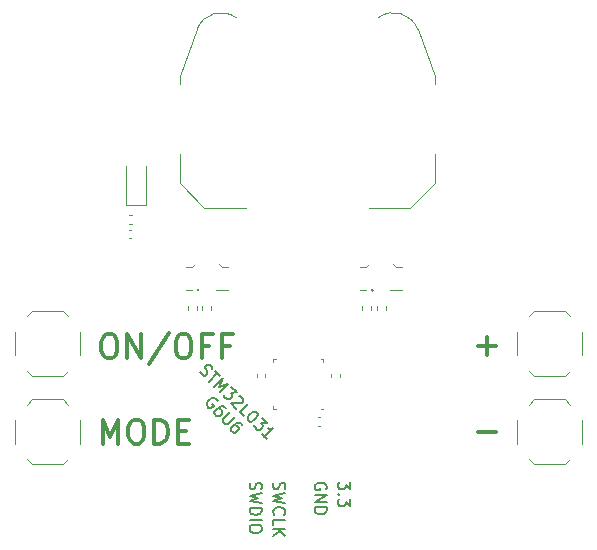
<source format=gbr>
%TF.GenerationSoftware,KiCad,Pcbnew,7.0.10*%
%TF.CreationDate,2024-01-13T02:21:11+01:00*%
%TF.ProjectId,ferris,66657272-6973-42e6-9b69-6361645f7063,rev?*%
%TF.SameCoordinates,Original*%
%TF.FileFunction,Legend,Top*%
%TF.FilePolarity,Positive*%
%FSLAX46Y46*%
G04 Gerber Fmt 4.6, Leading zero omitted, Abs format (unit mm)*
G04 Created by KiCad (PCBNEW 7.0.10) date 2024-01-13 02:21:11*
%MOMM*%
%LPD*%
G01*
G04 APERTURE LIST*
%ADD10C,0.300000*%
%ADD11C,0.150000*%
%ADD12C,0.120000*%
G04 APERTURE END LIST*
D10*
X103923558Y-69977733D02*
X105447368Y-69977733D01*
X103923558Y-62727733D02*
X105447368Y-62727733D01*
X104685463Y-63489638D02*
X104685463Y-61965828D01*
X72173558Y-70989638D02*
X72173558Y-68989638D01*
X72173558Y-68989638D02*
X72840225Y-70418209D01*
X72840225Y-70418209D02*
X73506891Y-68989638D01*
X73506891Y-68989638D02*
X73506891Y-70989638D01*
X74840224Y-68989638D02*
X75221177Y-68989638D01*
X75221177Y-68989638D02*
X75411653Y-69084876D01*
X75411653Y-69084876D02*
X75602129Y-69275352D01*
X75602129Y-69275352D02*
X75697367Y-69656304D01*
X75697367Y-69656304D02*
X75697367Y-70322971D01*
X75697367Y-70322971D02*
X75602129Y-70703923D01*
X75602129Y-70703923D02*
X75411653Y-70894400D01*
X75411653Y-70894400D02*
X75221177Y-70989638D01*
X75221177Y-70989638D02*
X74840224Y-70989638D01*
X74840224Y-70989638D02*
X74649748Y-70894400D01*
X74649748Y-70894400D02*
X74459272Y-70703923D01*
X74459272Y-70703923D02*
X74364034Y-70322971D01*
X74364034Y-70322971D02*
X74364034Y-69656304D01*
X74364034Y-69656304D02*
X74459272Y-69275352D01*
X74459272Y-69275352D02*
X74649748Y-69084876D01*
X74649748Y-69084876D02*
X74840224Y-68989638D01*
X76554510Y-70989638D02*
X76554510Y-68989638D01*
X76554510Y-68989638D02*
X77030700Y-68989638D01*
X77030700Y-68989638D02*
X77316415Y-69084876D01*
X77316415Y-69084876D02*
X77506891Y-69275352D01*
X77506891Y-69275352D02*
X77602129Y-69465828D01*
X77602129Y-69465828D02*
X77697367Y-69846780D01*
X77697367Y-69846780D02*
X77697367Y-70132495D01*
X77697367Y-70132495D02*
X77602129Y-70513447D01*
X77602129Y-70513447D02*
X77506891Y-70703923D01*
X77506891Y-70703923D02*
X77316415Y-70894400D01*
X77316415Y-70894400D02*
X77030700Y-70989638D01*
X77030700Y-70989638D02*
X76554510Y-70989638D01*
X78554510Y-69942019D02*
X79221177Y-69942019D01*
X79506891Y-70989638D02*
X78554510Y-70989638D01*
X78554510Y-70989638D02*
X78554510Y-68989638D01*
X78554510Y-68989638D02*
X79506891Y-68989638D01*
X72554510Y-61739638D02*
X72935463Y-61739638D01*
X72935463Y-61739638D02*
X73125939Y-61834876D01*
X73125939Y-61834876D02*
X73316415Y-62025352D01*
X73316415Y-62025352D02*
X73411653Y-62406304D01*
X73411653Y-62406304D02*
X73411653Y-63072971D01*
X73411653Y-63072971D02*
X73316415Y-63453923D01*
X73316415Y-63453923D02*
X73125939Y-63644400D01*
X73125939Y-63644400D02*
X72935463Y-63739638D01*
X72935463Y-63739638D02*
X72554510Y-63739638D01*
X72554510Y-63739638D02*
X72364034Y-63644400D01*
X72364034Y-63644400D02*
X72173558Y-63453923D01*
X72173558Y-63453923D02*
X72078320Y-63072971D01*
X72078320Y-63072971D02*
X72078320Y-62406304D01*
X72078320Y-62406304D02*
X72173558Y-62025352D01*
X72173558Y-62025352D02*
X72364034Y-61834876D01*
X72364034Y-61834876D02*
X72554510Y-61739638D01*
X74268796Y-63739638D02*
X74268796Y-61739638D01*
X74268796Y-61739638D02*
X75411653Y-63739638D01*
X75411653Y-63739638D02*
X75411653Y-61739638D01*
X77792605Y-61644400D02*
X76078320Y-64215828D01*
X78840224Y-61739638D02*
X79221177Y-61739638D01*
X79221177Y-61739638D02*
X79411653Y-61834876D01*
X79411653Y-61834876D02*
X79602129Y-62025352D01*
X79602129Y-62025352D02*
X79697367Y-62406304D01*
X79697367Y-62406304D02*
X79697367Y-63072971D01*
X79697367Y-63072971D02*
X79602129Y-63453923D01*
X79602129Y-63453923D02*
X79411653Y-63644400D01*
X79411653Y-63644400D02*
X79221177Y-63739638D01*
X79221177Y-63739638D02*
X78840224Y-63739638D01*
X78840224Y-63739638D02*
X78649748Y-63644400D01*
X78649748Y-63644400D02*
X78459272Y-63453923D01*
X78459272Y-63453923D02*
X78364034Y-63072971D01*
X78364034Y-63072971D02*
X78364034Y-62406304D01*
X78364034Y-62406304D02*
X78459272Y-62025352D01*
X78459272Y-62025352D02*
X78649748Y-61834876D01*
X78649748Y-61834876D02*
X78840224Y-61739638D01*
X81221177Y-62692019D02*
X80554510Y-62692019D01*
X80554510Y-63739638D02*
X80554510Y-61739638D01*
X80554510Y-61739638D02*
X81506891Y-61739638D01*
X82935463Y-62692019D02*
X82268796Y-62692019D01*
X82268796Y-63739638D02*
X82268796Y-61739638D01*
X82268796Y-61739638D02*
X83221177Y-61739638D01*
D11*
X80418902Y-64890571D02*
X80486245Y-65025258D01*
X80486245Y-65025258D02*
X80654604Y-65193616D01*
X80654604Y-65193616D02*
X80755619Y-65227288D01*
X80755619Y-65227288D02*
X80822963Y-65227288D01*
X80822963Y-65227288D02*
X80923978Y-65193616D01*
X80923978Y-65193616D02*
X80991322Y-65126273D01*
X80991322Y-65126273D02*
X81024993Y-65025258D01*
X81024993Y-65025258D02*
X81024993Y-64957914D01*
X81024993Y-64957914D02*
X80991322Y-64856899D01*
X80991322Y-64856899D02*
X80890306Y-64688540D01*
X80890306Y-64688540D02*
X80856635Y-64587525D01*
X80856635Y-64587525D02*
X80856635Y-64520181D01*
X80856635Y-64520181D02*
X80890306Y-64419166D01*
X80890306Y-64419166D02*
X80957650Y-64351823D01*
X80957650Y-64351823D02*
X81058665Y-64318151D01*
X81058665Y-64318151D02*
X81126009Y-64318151D01*
X81126009Y-64318151D02*
X81227024Y-64351823D01*
X81227024Y-64351823D02*
X81395383Y-64520181D01*
X81395383Y-64520181D02*
X81462726Y-64654868D01*
X81698428Y-64823227D02*
X82102489Y-65227288D01*
X81193352Y-65732365D02*
X81900459Y-65025258D01*
X81631085Y-66170097D02*
X82338192Y-65462991D01*
X82338192Y-65462991D02*
X82068818Y-66203769D01*
X82068818Y-66203769D02*
X82809596Y-65934395D01*
X82809596Y-65934395D02*
X82102490Y-66641502D01*
X83078970Y-66203769D02*
X83516703Y-66641502D01*
X83516703Y-66641502D02*
X83011627Y-66675174D01*
X83011627Y-66675174D02*
X83112642Y-66776189D01*
X83112642Y-66776189D02*
X83146314Y-66877204D01*
X83146314Y-66877204D02*
X83146314Y-66944548D01*
X83146314Y-66944548D02*
X83112642Y-67045563D01*
X83112642Y-67045563D02*
X82944283Y-67213922D01*
X82944283Y-67213922D02*
X82843268Y-67247593D01*
X82843268Y-67247593D02*
X82775925Y-67247593D01*
X82775925Y-67247593D02*
X82674909Y-67213922D01*
X82674909Y-67213922D02*
X82472879Y-67011891D01*
X82472879Y-67011891D02*
X82439207Y-66910876D01*
X82439207Y-66910876D02*
X82439207Y-66843532D01*
X83718734Y-66978219D02*
X83786077Y-66978219D01*
X83786077Y-66978219D02*
X83887092Y-67011891D01*
X83887092Y-67011891D02*
X84055451Y-67180250D01*
X84055451Y-67180250D02*
X84089123Y-67281265D01*
X84089123Y-67281265D02*
X84089123Y-67348609D01*
X84089123Y-67348609D02*
X84055451Y-67449624D01*
X84055451Y-67449624D02*
X83988108Y-67516967D01*
X83988108Y-67516967D02*
X83853421Y-67584311D01*
X83853421Y-67584311D02*
X83045299Y-67584311D01*
X83045299Y-67584311D02*
X83483031Y-68022044D01*
X84122795Y-68661807D02*
X83786077Y-68325090D01*
X83786077Y-68325090D02*
X84493184Y-67617983D01*
X85200291Y-68325090D02*
X85267634Y-68392433D01*
X85267634Y-68392433D02*
X85301306Y-68493448D01*
X85301306Y-68493448D02*
X85301306Y-68560792D01*
X85301306Y-68560792D02*
X85267634Y-68661807D01*
X85267634Y-68661807D02*
X85166619Y-68830166D01*
X85166619Y-68830166D02*
X84998260Y-68998525D01*
X84998260Y-68998525D02*
X84829902Y-69099540D01*
X84829902Y-69099540D02*
X84728886Y-69133212D01*
X84728886Y-69133212D02*
X84661543Y-69133212D01*
X84661543Y-69133212D02*
X84560528Y-69099540D01*
X84560528Y-69099540D02*
X84493184Y-69032196D01*
X84493184Y-69032196D02*
X84459512Y-68931181D01*
X84459512Y-68931181D02*
X84459512Y-68863838D01*
X84459512Y-68863838D02*
X84493184Y-68762822D01*
X84493184Y-68762822D02*
X84594199Y-68594464D01*
X84594199Y-68594464D02*
X84762558Y-68426105D01*
X84762558Y-68426105D02*
X84930917Y-68325090D01*
X84930917Y-68325090D02*
X85031932Y-68291418D01*
X85031932Y-68291418D02*
X85099276Y-68291418D01*
X85099276Y-68291418D02*
X85200291Y-68325090D01*
X85671695Y-68796494D02*
X86109428Y-69234227D01*
X86109428Y-69234227D02*
X85604352Y-69267899D01*
X85604352Y-69267899D02*
X85705367Y-69368914D01*
X85705367Y-69368914D02*
X85739039Y-69469929D01*
X85739039Y-69469929D02*
X85739039Y-69537273D01*
X85739039Y-69537273D02*
X85705367Y-69638288D01*
X85705367Y-69638288D02*
X85537008Y-69806647D01*
X85537008Y-69806647D02*
X85435993Y-69840319D01*
X85435993Y-69840319D02*
X85368650Y-69840319D01*
X85368650Y-69840319D02*
X85267634Y-69806647D01*
X85267634Y-69806647D02*
X85065604Y-69604616D01*
X85065604Y-69604616D02*
X85031932Y-69503601D01*
X85031932Y-69503601D02*
X85031932Y-69436257D01*
X86075757Y-70614769D02*
X85671695Y-70210708D01*
X85873726Y-70412738D02*
X86580833Y-69705632D01*
X86580833Y-69705632D02*
X86412474Y-69739303D01*
X86412474Y-69739303D02*
X86277787Y-69739303D01*
X86277787Y-69739303D02*
X86176772Y-69705632D01*
X81906857Y-67375883D02*
X81873185Y-67274868D01*
X81873185Y-67274868D02*
X81772170Y-67173853D01*
X81772170Y-67173853D02*
X81637483Y-67106509D01*
X81637483Y-67106509D02*
X81502796Y-67106509D01*
X81502796Y-67106509D02*
X81401781Y-67140181D01*
X81401781Y-67140181D02*
X81233422Y-67241196D01*
X81233422Y-67241196D02*
X81132407Y-67342212D01*
X81132407Y-67342212D02*
X81031391Y-67510570D01*
X81031391Y-67510570D02*
X80997720Y-67611586D01*
X80997720Y-67611586D02*
X80997720Y-67746273D01*
X80997720Y-67746273D02*
X81065063Y-67880960D01*
X81065063Y-67880960D02*
X81132407Y-67948303D01*
X81132407Y-67948303D02*
X81267094Y-68015647D01*
X81267094Y-68015647D02*
X81334437Y-68015647D01*
X81334437Y-68015647D02*
X81570140Y-67779944D01*
X81570140Y-67779944D02*
X81435453Y-67645257D01*
X82580292Y-67981975D02*
X82445605Y-67847288D01*
X82445605Y-67847288D02*
X82344590Y-67813616D01*
X82344590Y-67813616D02*
X82277246Y-67813616D01*
X82277246Y-67813616D02*
X82108888Y-67847288D01*
X82108888Y-67847288D02*
X81940529Y-67948303D01*
X81940529Y-67948303D02*
X81671155Y-68217677D01*
X81671155Y-68217677D02*
X81637483Y-68318692D01*
X81637483Y-68318692D02*
X81637483Y-68386036D01*
X81637483Y-68386036D02*
X81671155Y-68487051D01*
X81671155Y-68487051D02*
X81805842Y-68621738D01*
X81805842Y-68621738D02*
X81906857Y-68655410D01*
X81906857Y-68655410D02*
X81974201Y-68655410D01*
X81974201Y-68655410D02*
X82075216Y-68621738D01*
X82075216Y-68621738D02*
X82243575Y-68453379D01*
X82243575Y-68453379D02*
X82277246Y-68352364D01*
X82277246Y-68352364D02*
X82277246Y-68285021D01*
X82277246Y-68285021D02*
X82243575Y-68184005D01*
X82243575Y-68184005D02*
X82108888Y-68049318D01*
X82108888Y-68049318D02*
X82007872Y-68015647D01*
X82007872Y-68015647D02*
X81940529Y-68015647D01*
X81940529Y-68015647D02*
X81839514Y-68049318D01*
X82950681Y-68352364D02*
X82378262Y-68924784D01*
X82378262Y-68924784D02*
X82344590Y-69025799D01*
X82344590Y-69025799D02*
X82344590Y-69093143D01*
X82344590Y-69093143D02*
X82378262Y-69194158D01*
X82378262Y-69194158D02*
X82512949Y-69328845D01*
X82512949Y-69328845D02*
X82613964Y-69362517D01*
X82613964Y-69362517D02*
X82681307Y-69362517D01*
X82681307Y-69362517D02*
X82782323Y-69328845D01*
X82782323Y-69328845D02*
X83354742Y-68756425D01*
X83994506Y-69396188D02*
X83859819Y-69261501D01*
X83859819Y-69261501D02*
X83758803Y-69227830D01*
X83758803Y-69227830D02*
X83691460Y-69227830D01*
X83691460Y-69227830D02*
X83523101Y-69261501D01*
X83523101Y-69261501D02*
X83354742Y-69362517D01*
X83354742Y-69362517D02*
X83085368Y-69631891D01*
X83085368Y-69631891D02*
X83051697Y-69732906D01*
X83051697Y-69732906D02*
X83051697Y-69800249D01*
X83051697Y-69800249D02*
X83085368Y-69901265D01*
X83085368Y-69901265D02*
X83220055Y-70035952D01*
X83220055Y-70035952D02*
X83321071Y-70069623D01*
X83321071Y-70069623D02*
X83388414Y-70069623D01*
X83388414Y-70069623D02*
X83489429Y-70035952D01*
X83489429Y-70035952D02*
X83657788Y-69867593D01*
X83657788Y-69867593D02*
X83691460Y-69766578D01*
X83691460Y-69766578D02*
X83691460Y-69699234D01*
X83691460Y-69699234D02*
X83657788Y-69598219D01*
X83657788Y-69598219D02*
X83523101Y-69463532D01*
X83523101Y-69463532D02*
X83422086Y-69429860D01*
X83422086Y-69429860D02*
X83354742Y-69429860D01*
X83354742Y-69429860D02*
X83253727Y-69463532D01*
X84677800Y-74289160D02*
X84630180Y-74432017D01*
X84630180Y-74432017D02*
X84630180Y-74670112D01*
X84630180Y-74670112D02*
X84677800Y-74765350D01*
X84677800Y-74765350D02*
X84725419Y-74812969D01*
X84725419Y-74812969D02*
X84820657Y-74860588D01*
X84820657Y-74860588D02*
X84915895Y-74860588D01*
X84915895Y-74860588D02*
X85011133Y-74812969D01*
X85011133Y-74812969D02*
X85058752Y-74765350D01*
X85058752Y-74765350D02*
X85106371Y-74670112D01*
X85106371Y-74670112D02*
X85153990Y-74479636D01*
X85153990Y-74479636D02*
X85201609Y-74384398D01*
X85201609Y-74384398D02*
X85249228Y-74336779D01*
X85249228Y-74336779D02*
X85344466Y-74289160D01*
X85344466Y-74289160D02*
X85439704Y-74289160D01*
X85439704Y-74289160D02*
X85534942Y-74336779D01*
X85534942Y-74336779D02*
X85582561Y-74384398D01*
X85582561Y-74384398D02*
X85630180Y-74479636D01*
X85630180Y-74479636D02*
X85630180Y-74717731D01*
X85630180Y-74717731D02*
X85582561Y-74860588D01*
X85630180Y-75193922D02*
X84630180Y-75432017D01*
X84630180Y-75432017D02*
X85344466Y-75622493D01*
X85344466Y-75622493D02*
X84630180Y-75812969D01*
X84630180Y-75812969D02*
X85630180Y-76051065D01*
X84630180Y-76432017D02*
X85630180Y-76432017D01*
X85630180Y-76432017D02*
X85630180Y-76670112D01*
X85630180Y-76670112D02*
X85582561Y-76812969D01*
X85582561Y-76812969D02*
X85487323Y-76908207D01*
X85487323Y-76908207D02*
X85392085Y-76955826D01*
X85392085Y-76955826D02*
X85201609Y-77003445D01*
X85201609Y-77003445D02*
X85058752Y-77003445D01*
X85058752Y-77003445D02*
X84868276Y-76955826D01*
X84868276Y-76955826D02*
X84773038Y-76908207D01*
X84773038Y-76908207D02*
X84677800Y-76812969D01*
X84677800Y-76812969D02*
X84630180Y-76670112D01*
X84630180Y-76670112D02*
X84630180Y-76432017D01*
X84630180Y-77432017D02*
X85630180Y-77432017D01*
X85630180Y-78098683D02*
X85630180Y-78289159D01*
X85630180Y-78289159D02*
X85582561Y-78384397D01*
X85582561Y-78384397D02*
X85487323Y-78479635D01*
X85487323Y-78479635D02*
X85296847Y-78527254D01*
X85296847Y-78527254D02*
X84963514Y-78527254D01*
X84963514Y-78527254D02*
X84773038Y-78479635D01*
X84773038Y-78479635D02*
X84677800Y-78384397D01*
X84677800Y-78384397D02*
X84630180Y-78289159D01*
X84630180Y-78289159D02*
X84630180Y-78098683D01*
X84630180Y-78098683D02*
X84677800Y-78003445D01*
X84677800Y-78003445D02*
X84773038Y-77908207D01*
X84773038Y-77908207D02*
X84963514Y-77860588D01*
X84963514Y-77860588D02*
X85296847Y-77860588D01*
X85296847Y-77860588D02*
X85487323Y-77908207D01*
X85487323Y-77908207D02*
X85582561Y-78003445D01*
X85582561Y-78003445D02*
X85630180Y-78098683D01*
X91082561Y-74860588D02*
X91130180Y-74765350D01*
X91130180Y-74765350D02*
X91130180Y-74622493D01*
X91130180Y-74622493D02*
X91082561Y-74479636D01*
X91082561Y-74479636D02*
X90987323Y-74384398D01*
X90987323Y-74384398D02*
X90892085Y-74336779D01*
X90892085Y-74336779D02*
X90701609Y-74289160D01*
X90701609Y-74289160D02*
X90558752Y-74289160D01*
X90558752Y-74289160D02*
X90368276Y-74336779D01*
X90368276Y-74336779D02*
X90273038Y-74384398D01*
X90273038Y-74384398D02*
X90177800Y-74479636D01*
X90177800Y-74479636D02*
X90130180Y-74622493D01*
X90130180Y-74622493D02*
X90130180Y-74717731D01*
X90130180Y-74717731D02*
X90177800Y-74860588D01*
X90177800Y-74860588D02*
X90225419Y-74908207D01*
X90225419Y-74908207D02*
X90558752Y-74908207D01*
X90558752Y-74908207D02*
X90558752Y-74717731D01*
X90130180Y-75336779D02*
X91130180Y-75336779D01*
X91130180Y-75336779D02*
X90130180Y-75908207D01*
X90130180Y-75908207D02*
X91130180Y-75908207D01*
X90130180Y-76384398D02*
X91130180Y-76384398D01*
X91130180Y-76384398D02*
X91130180Y-76622493D01*
X91130180Y-76622493D02*
X91082561Y-76765350D01*
X91082561Y-76765350D02*
X90987323Y-76860588D01*
X90987323Y-76860588D02*
X90892085Y-76908207D01*
X90892085Y-76908207D02*
X90701609Y-76955826D01*
X90701609Y-76955826D02*
X90558752Y-76955826D01*
X90558752Y-76955826D02*
X90368276Y-76908207D01*
X90368276Y-76908207D02*
X90273038Y-76860588D01*
X90273038Y-76860588D02*
X90177800Y-76765350D01*
X90177800Y-76765350D02*
X90130180Y-76622493D01*
X90130180Y-76622493D02*
X90130180Y-76384398D01*
X86677800Y-74289160D02*
X86630180Y-74432017D01*
X86630180Y-74432017D02*
X86630180Y-74670112D01*
X86630180Y-74670112D02*
X86677800Y-74765350D01*
X86677800Y-74765350D02*
X86725419Y-74812969D01*
X86725419Y-74812969D02*
X86820657Y-74860588D01*
X86820657Y-74860588D02*
X86915895Y-74860588D01*
X86915895Y-74860588D02*
X87011133Y-74812969D01*
X87011133Y-74812969D02*
X87058752Y-74765350D01*
X87058752Y-74765350D02*
X87106371Y-74670112D01*
X87106371Y-74670112D02*
X87153990Y-74479636D01*
X87153990Y-74479636D02*
X87201609Y-74384398D01*
X87201609Y-74384398D02*
X87249228Y-74336779D01*
X87249228Y-74336779D02*
X87344466Y-74289160D01*
X87344466Y-74289160D02*
X87439704Y-74289160D01*
X87439704Y-74289160D02*
X87534942Y-74336779D01*
X87534942Y-74336779D02*
X87582561Y-74384398D01*
X87582561Y-74384398D02*
X87630180Y-74479636D01*
X87630180Y-74479636D02*
X87630180Y-74717731D01*
X87630180Y-74717731D02*
X87582561Y-74860588D01*
X87630180Y-75193922D02*
X86630180Y-75432017D01*
X86630180Y-75432017D02*
X87344466Y-75622493D01*
X87344466Y-75622493D02*
X86630180Y-75812969D01*
X86630180Y-75812969D02*
X87630180Y-76051065D01*
X86725419Y-77003445D02*
X86677800Y-76955826D01*
X86677800Y-76955826D02*
X86630180Y-76812969D01*
X86630180Y-76812969D02*
X86630180Y-76717731D01*
X86630180Y-76717731D02*
X86677800Y-76574874D01*
X86677800Y-76574874D02*
X86773038Y-76479636D01*
X86773038Y-76479636D02*
X86868276Y-76432017D01*
X86868276Y-76432017D02*
X87058752Y-76384398D01*
X87058752Y-76384398D02*
X87201609Y-76384398D01*
X87201609Y-76384398D02*
X87392085Y-76432017D01*
X87392085Y-76432017D02*
X87487323Y-76479636D01*
X87487323Y-76479636D02*
X87582561Y-76574874D01*
X87582561Y-76574874D02*
X87630180Y-76717731D01*
X87630180Y-76717731D02*
X87630180Y-76812969D01*
X87630180Y-76812969D02*
X87582561Y-76955826D01*
X87582561Y-76955826D02*
X87534942Y-77003445D01*
X86630180Y-77908207D02*
X86630180Y-77432017D01*
X86630180Y-77432017D02*
X87630180Y-77432017D01*
X86630180Y-78241541D02*
X87630180Y-78241541D01*
X86630180Y-78812969D02*
X87201609Y-78384398D01*
X87630180Y-78812969D02*
X87058752Y-78241541D01*
X93130180Y-74241541D02*
X93130180Y-74860588D01*
X93130180Y-74860588D02*
X92749228Y-74527255D01*
X92749228Y-74527255D02*
X92749228Y-74670112D01*
X92749228Y-74670112D02*
X92701609Y-74765350D01*
X92701609Y-74765350D02*
X92653990Y-74812969D01*
X92653990Y-74812969D02*
X92558752Y-74860588D01*
X92558752Y-74860588D02*
X92320657Y-74860588D01*
X92320657Y-74860588D02*
X92225419Y-74812969D01*
X92225419Y-74812969D02*
X92177800Y-74765350D01*
X92177800Y-74765350D02*
X92130180Y-74670112D01*
X92130180Y-74670112D02*
X92130180Y-74384398D01*
X92130180Y-74384398D02*
X92177800Y-74289160D01*
X92177800Y-74289160D02*
X92225419Y-74241541D01*
X92225419Y-75289160D02*
X92177800Y-75336779D01*
X92177800Y-75336779D02*
X92130180Y-75289160D01*
X92130180Y-75289160D02*
X92177800Y-75241541D01*
X92177800Y-75241541D02*
X92225419Y-75289160D01*
X92225419Y-75289160D02*
X92130180Y-75289160D01*
X93130180Y-75670112D02*
X93130180Y-76289159D01*
X93130180Y-76289159D02*
X92749228Y-75955826D01*
X92749228Y-75955826D02*
X92749228Y-76098683D01*
X92749228Y-76098683D02*
X92701609Y-76193921D01*
X92701609Y-76193921D02*
X92653990Y-76241540D01*
X92653990Y-76241540D02*
X92558752Y-76289159D01*
X92558752Y-76289159D02*
X92320657Y-76289159D01*
X92320657Y-76289159D02*
X92225419Y-76241540D01*
X92225419Y-76241540D02*
X92177800Y-76193921D01*
X92177800Y-76193921D02*
X92130180Y-76098683D01*
X92130180Y-76098683D02*
X92130180Y-75812969D01*
X92130180Y-75812969D02*
X92177800Y-75717731D01*
X92177800Y-75717731D02*
X92225419Y-75670112D01*
D12*
%TO.C,SW4*%
X107250000Y-69000000D02*
X107250000Y-71000000D01*
X108250000Y-67700000D02*
X108700000Y-67250000D01*
X108250000Y-72300000D02*
X108700000Y-72750000D01*
X108700000Y-67250000D02*
X111300000Y-67250000D01*
X108700000Y-72750000D02*
X111300000Y-72750000D01*
X111750000Y-67700000D02*
X111300000Y-67250000D01*
X111750000Y-72300000D02*
X111300000Y-72750000D01*
X112750000Y-69000000D02*
X112750000Y-71000000D01*
%TO.C,SW3*%
X107250000Y-61500000D02*
X107250000Y-63500000D01*
X108250000Y-60200000D02*
X108700000Y-59750000D01*
X108250000Y-64800000D02*
X108700000Y-65250000D01*
X108700000Y-59750000D02*
X111300000Y-59750000D01*
X108700000Y-65250000D02*
X111300000Y-65250000D01*
X111750000Y-60200000D02*
X111300000Y-59750000D01*
X111750000Y-64800000D02*
X111300000Y-65250000D01*
X112750000Y-61500000D02*
X112750000Y-63500000D01*
%TO.C,C1*%
X74607836Y-53610000D02*
X74392164Y-53610000D01*
X74607836Y-52890000D02*
X74392164Y-52890000D01*
%TO.C,C7*%
X90607836Y-68740000D02*
X90392164Y-68740000D01*
X90607836Y-69460000D02*
X90392164Y-69460000D01*
%TO.C,C6*%
X92260000Y-65307836D02*
X92260000Y-65092164D01*
X91540000Y-65307836D02*
X91540000Y-65092164D01*
%TO.C,C5*%
X85960000Y-65307836D02*
X85960000Y-65092164D01*
X85240000Y-65307836D02*
X85240000Y-65092164D01*
%TO.C,D1*%
X94000000Y-58000000D02*
X94500000Y-58000000D01*
X97500000Y-58000000D02*
X96500000Y-58000000D01*
X94000000Y-56000000D02*
X94500000Y-56000000D01*
X94500000Y-56000000D02*
X94750000Y-55750000D01*
X97000000Y-56000000D02*
X97500000Y-56000000D01*
X97000000Y-56000000D02*
X96750000Y-55750000D01*
X95100000Y-58000000D02*
G75*
G03*
X94900000Y-58000000I-100000J0D01*
G01*
X94900000Y-58000000D02*
G75*
G03*
X95100000Y-58000000I100000J0D01*
G01*
%TO.C,R1*%
X94880000Y-59346359D02*
X94880000Y-59653641D01*
X94120000Y-59346359D02*
X94120000Y-59653641D01*
%TO.C,R4*%
X81380000Y-59346359D02*
X81380000Y-59653641D01*
X80620000Y-59346359D02*
X80620000Y-59653641D01*
%TO.C,R2*%
X96130000Y-59346359D02*
X96130000Y-59653641D01*
X95370000Y-59346359D02*
X95370000Y-59653641D01*
%TO.C,D3*%
X74150000Y-50760000D02*
X75850000Y-50760000D01*
X74150000Y-50760000D02*
X74150000Y-47500000D01*
X75850000Y-50760000D02*
X75850000Y-47500000D01*
%TO.C,R3*%
X80130000Y-59346359D02*
X80130000Y-59653641D01*
X79370000Y-59346359D02*
X79370000Y-59653641D01*
%TO.C,D2*%
X79250000Y-58000000D02*
X79750000Y-58000000D01*
X82750000Y-58000000D02*
X81750000Y-58000000D01*
X79250000Y-56000000D02*
X79750000Y-56000000D01*
X79750000Y-56000000D02*
X80000000Y-55750000D01*
X82250000Y-56000000D02*
X82750000Y-56000000D01*
X82250000Y-56000000D02*
X82000000Y-55750000D01*
X80350000Y-58000000D02*
G75*
G03*
X80150000Y-58000000I-100000J0D01*
G01*
X80150000Y-58000000D02*
G75*
G03*
X80350000Y-58000000I100000J0D01*
G01*
%TO.C,SW1*%
X64750000Y-61500000D02*
X64750000Y-63500000D01*
X65750000Y-60200000D02*
X66200000Y-59750000D01*
X65750000Y-64800000D02*
X66200000Y-65250000D01*
X66200000Y-59750000D02*
X68800000Y-59750000D01*
X66200000Y-65250000D02*
X68800000Y-65250000D01*
X69250000Y-60200000D02*
X68800000Y-59750000D01*
X69250000Y-64800000D02*
X68800000Y-65250000D01*
X70250000Y-61500000D02*
X70250000Y-63500000D01*
%TO.C,C4*%
X74627836Y-52360000D02*
X74412164Y-52360000D01*
X74627836Y-51640000D02*
X74412164Y-51640000D01*
%TO.C,SW2*%
X64750000Y-69000000D02*
X64750000Y-71000000D01*
X65750000Y-67700000D02*
X66200000Y-67250000D01*
X65750000Y-72300000D02*
X66200000Y-72750000D01*
X66200000Y-67250000D02*
X68800000Y-67250000D01*
X66200000Y-72750000D02*
X68800000Y-72750000D01*
X69250000Y-67700000D02*
X68800000Y-67250000D01*
X69250000Y-72300000D02*
X68800000Y-72750000D01*
X70250000Y-69000000D02*
X70250000Y-71000000D01*
%TO.C,U1*%
X90860000Y-63827500D02*
X90860000Y-64052500D01*
X90635000Y-68047500D02*
X90860000Y-68047500D01*
X90635000Y-63827500D02*
X90860000Y-63827500D01*
X86865000Y-68047500D02*
X86640000Y-68047500D01*
X86865000Y-63827500D02*
X86640000Y-63827500D01*
X86640000Y-68047500D02*
X86640000Y-67822500D01*
X86640000Y-63827500D02*
X86640000Y-64052500D01*
%TO.C,BT1*%
X83500000Y-34950001D02*
G75*
G03*
X80174757Y-35911831I-1310000J-1699999D01*
G01*
X98840000Y-35920000D02*
G75*
G03*
X95503354Y-34933470I-2030000J-730001D01*
G01*
X78720000Y-39870000D02*
X80160000Y-35920000D01*
X78720000Y-40500000D02*
X78720000Y-39870000D01*
X78720000Y-48960000D02*
X78720000Y-46500000D01*
X80800000Y-51040000D02*
X78720000Y-48960000D01*
X80800000Y-51040000D02*
X84300000Y-51040000D01*
X94700000Y-51040000D02*
X98200000Y-51040000D01*
X98200000Y-51040000D02*
X100280000Y-48960000D01*
X100280000Y-39870000D02*
X98840000Y-35920000D01*
X100280000Y-40500000D02*
X100280000Y-39870000D01*
X100280000Y-48960000D02*
X100280000Y-46500000D01*
%TD*%
M02*

</source>
